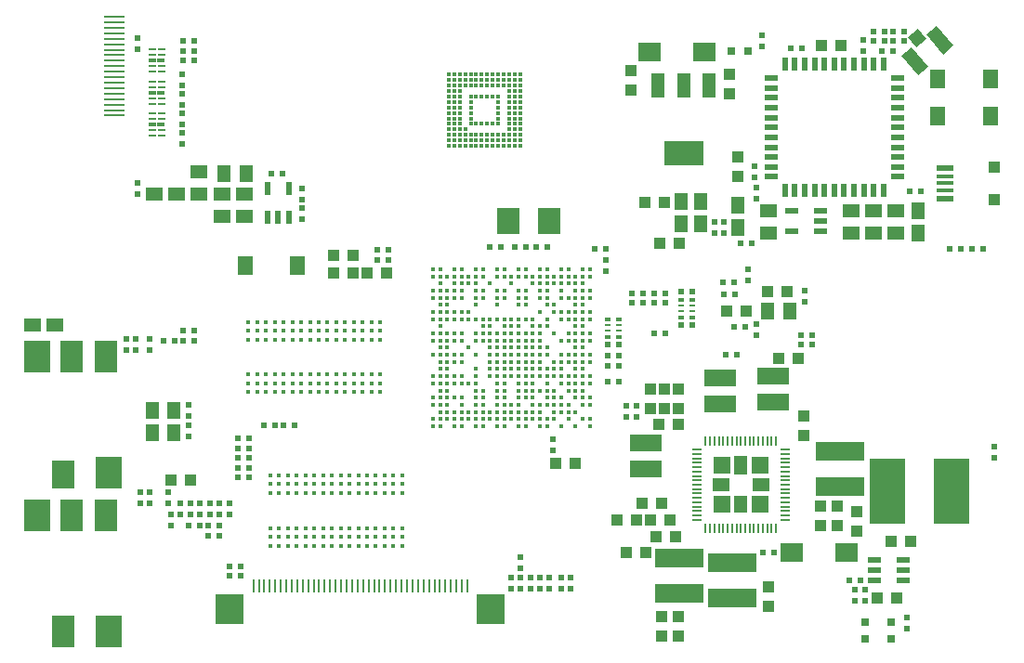
<source format=gbr>
%TF.GenerationSoftware,KiCad,Pcbnew,5.1.5-52549c5~84~ubuntu18.04.1*%
%TF.CreationDate,2020-02-11T15:54:30+02:00*%
%TF.ProjectId,A64-OlinuXino_Rev_G,4136342d-4f6c-4696-9e75-58696e6f5f52,G*%
%TF.SameCoordinates,Original*%
%TF.FileFunction,Paste,Top*%
%TF.FilePolarity,Positive*%
%FSLAX46Y46*%
G04 Gerber Fmt 4.6, Leading zero omitted, Abs format (unit mm)*
G04 Created by KiCad (PCBNEW 5.1.5-52549c5~84~ubuntu18.04.1) date 2020-02-11 15:54:30*
%MOMM*%
%LPD*%
G04 APERTURE LIST*
%ADD10R,1.300000X0.500000*%
%ADD11R,0.500000X1.300000*%
%ADD12R,0.500000X0.550000*%
%ADD13R,0.420000X0.420000*%
%ADD14R,1.980000X0.230000*%
%ADD15R,1.327000X1.754000*%
%ADD16R,0.300000X0.300000*%
%ADD17R,2.398400X2.898400*%
%ADD18R,1.998400X2.898400*%
%ADD19R,1.998400X2.598400*%
%ADD20R,0.330000X0.330000*%
%ADD21R,0.550000X0.500000*%
%ADD22R,3.600000X2.200000*%
%ADD23R,1.219200X2.235200*%
%ADD24R,0.605000X0.305000*%
%ADD25R,0.605000X0.230000*%
%ADD26R,1.200000X0.550000*%
%ADD27R,3.200000X6.000000*%
%ADD28R,0.800000X0.800000*%
%ADD29R,1.000000X1.100000*%
%ADD30R,1.650000X0.500000*%
%ADD31R,1.650000X0.325000*%
%ADD32R,2.600000X2.800000*%
%ADD33R,0.230000X1.280000*%
%ADD34R,0.211000X0.911000*%
%ADD35R,0.911000X0.211000*%
%ADD36R,1.500000X1.600000*%
%ADD37R,1.200000X1.600000*%
%ADD38R,1.600000X1.200000*%
%ADD39R,1.200000X1.700000*%
%ADD40R,3.000000X1.600000*%
%ADD41R,4.500000X1.750000*%
%ADD42R,1.016000X1.016000*%
%ADD43R,1.524000X1.270000*%
%ADD44R,1.270000X1.524000*%
%ADD45R,2.000000X1.700000*%
%ADD46R,0.550000X1.200000*%
%ADD47R,0.675000X0.200000*%
%ADD48R,0.775000X0.300000*%
%ADD49R,2.100000X2.400000*%
%ADD50C,0.100000*%
G04 APERTURE END LIST*
D10*
%TO.C,U11*%
X180146000Y-47570000D03*
X180146000Y-48470000D03*
X180146000Y-49370000D03*
X180146000Y-50270000D03*
X180146000Y-51170000D03*
X180146000Y-52070000D03*
X180146000Y-52970000D03*
X180146000Y-53870000D03*
X180146000Y-54770000D03*
X180146000Y-55670000D03*
X180146000Y-56570000D03*
D11*
X178871000Y-57845000D03*
X177971000Y-57845000D03*
X177071000Y-57845000D03*
X176171000Y-57845000D03*
X175271000Y-57845000D03*
X174371000Y-57845000D03*
X173471000Y-57845000D03*
X172571000Y-57845000D03*
X171671000Y-57845000D03*
X170771000Y-57845000D03*
X169871000Y-57845000D03*
D10*
X168596000Y-56570000D03*
X168596000Y-55670000D03*
X168596000Y-54770000D03*
X168596000Y-53870000D03*
X168596000Y-52970000D03*
X168596000Y-52070000D03*
X168596000Y-51170000D03*
X168596000Y-50270000D03*
X168596000Y-49370000D03*
X168596000Y-48470000D03*
X168596000Y-47570000D03*
D11*
X169871000Y-46295000D03*
X170771000Y-46295000D03*
X171671000Y-46295000D03*
X172571000Y-46295000D03*
X173471000Y-46295000D03*
X174371000Y-46295000D03*
X175271000Y-46295000D03*
X176171000Y-46295000D03*
X177071000Y-46295000D03*
X177971000Y-46295000D03*
X178871000Y-46295000D03*
%TD*%
D12*
%TO.C,C106*%
X179705000Y-45085000D03*
X178689000Y-45085000D03*
%TD*%
%TO.C,L10*%
X178943000Y-44196000D03*
X177927000Y-44196000D03*
%TD*%
D13*
%TO.C,U2*%
X127800000Y-83800000D03*
X127800000Y-85400000D03*
X127000000Y-85400000D03*
X126200000Y-83800000D03*
X126200000Y-84600000D03*
X128600000Y-83800000D03*
X128600000Y-85400000D03*
X128600000Y-84600000D03*
X127800000Y-84600000D03*
X127000000Y-84600000D03*
X126200000Y-85400000D03*
X127000000Y-83800000D03*
X131000000Y-83800000D03*
X131000000Y-85400000D03*
X130200000Y-85400000D03*
X129400000Y-83800000D03*
X129400000Y-84600000D03*
X131800000Y-83800000D03*
X131800000Y-85400000D03*
X131800000Y-84600000D03*
X131000000Y-84600000D03*
X130200000Y-84600000D03*
X129400000Y-85400000D03*
X130200000Y-83800000D03*
X134200000Y-83800000D03*
X134200000Y-85400000D03*
X133400000Y-85400000D03*
X132600000Y-83800000D03*
X132600000Y-84600000D03*
X135000000Y-83800000D03*
X135000000Y-85400000D03*
X135000000Y-84600000D03*
X134200000Y-84600000D03*
X133400000Y-84600000D03*
X132600000Y-85400000D03*
X133400000Y-83800000D03*
X124600000Y-88600000D03*
X124600000Y-90200000D03*
X123800000Y-90200000D03*
X123000000Y-88600000D03*
X123000000Y-89400000D03*
X124600000Y-89400000D03*
X123800000Y-89400000D03*
X123000000Y-90200000D03*
X123800000Y-88600000D03*
X127000000Y-88600000D03*
X127000000Y-90200000D03*
X126200000Y-90200000D03*
X125400000Y-88600000D03*
X125400000Y-89400000D03*
X127800000Y-88600000D03*
X127800000Y-90200000D03*
X127800000Y-89400000D03*
X127000000Y-89400000D03*
X126200000Y-89400000D03*
X125400000Y-90200000D03*
X126200000Y-88600000D03*
X130200000Y-88600000D03*
X130200000Y-90200000D03*
X129400000Y-90200000D03*
X128600000Y-88600000D03*
X128600000Y-89400000D03*
X131000000Y-88600000D03*
X131000000Y-90200000D03*
X131000000Y-89400000D03*
X130200000Y-89400000D03*
X129400000Y-89400000D03*
X128600000Y-90200000D03*
X129400000Y-88600000D03*
X133400000Y-88600000D03*
X133400000Y-90200000D03*
X132600000Y-90200000D03*
X131800000Y-88600000D03*
X131800000Y-89400000D03*
X134200000Y-88600000D03*
X134200000Y-90200000D03*
X134200000Y-89400000D03*
X133400000Y-89400000D03*
X132600000Y-89400000D03*
X131800000Y-90200000D03*
X132600000Y-88600000D03*
X125400000Y-83800000D03*
X125400000Y-85400000D03*
X125400000Y-84600000D03*
X124600000Y-85400000D03*
X124600000Y-84600000D03*
X124600000Y-83800000D03*
X123800000Y-83800000D03*
X123800000Y-84600000D03*
X123800000Y-85400000D03*
X123000000Y-83800000D03*
X123000000Y-84600000D03*
X135000000Y-88600000D03*
X135000000Y-89400000D03*
X135000000Y-90200000D03*
X123000000Y-85400000D03*
%TD*%
%TO.C,U3*%
X125800000Y-69800000D03*
X125800000Y-71400000D03*
X125000000Y-71400000D03*
X124200000Y-69800000D03*
X124200000Y-70600000D03*
X126600000Y-69800000D03*
X126600000Y-71400000D03*
X126600000Y-70600000D03*
X125800000Y-70600000D03*
X125000000Y-70600000D03*
X124200000Y-71400000D03*
X125000000Y-69800000D03*
X129000000Y-69800000D03*
X129000000Y-71400000D03*
X128200000Y-71400000D03*
X127400000Y-69800000D03*
X127400000Y-70600000D03*
X129800000Y-69800000D03*
X129800000Y-71400000D03*
X129800000Y-70600000D03*
X129000000Y-70600000D03*
X128200000Y-70600000D03*
X127400000Y-71400000D03*
X128200000Y-69800000D03*
X132200000Y-69800000D03*
X132200000Y-71400000D03*
X131400000Y-71400000D03*
X130600000Y-69800000D03*
X130600000Y-70600000D03*
X133000000Y-69800000D03*
X133000000Y-71400000D03*
X133000000Y-70600000D03*
X132200000Y-70600000D03*
X131400000Y-70600000D03*
X130600000Y-71400000D03*
X131400000Y-69800000D03*
X122600000Y-74600000D03*
X122600000Y-76200000D03*
X121800000Y-76200000D03*
X121000000Y-74600000D03*
X121000000Y-75400000D03*
X122600000Y-75400000D03*
X121800000Y-75400000D03*
X121000000Y-76200000D03*
X121800000Y-74600000D03*
X125000000Y-74600000D03*
X125000000Y-76200000D03*
X124200000Y-76200000D03*
X123400000Y-74600000D03*
X123400000Y-75400000D03*
X125800000Y-74600000D03*
X125800000Y-76200000D03*
X125800000Y-75400000D03*
X125000000Y-75400000D03*
X124200000Y-75400000D03*
X123400000Y-76200000D03*
X124200000Y-74600000D03*
X128200000Y-74600000D03*
X128200000Y-76200000D03*
X127400000Y-76200000D03*
X126600000Y-74600000D03*
X126600000Y-75400000D03*
X129000000Y-74600000D03*
X129000000Y-76200000D03*
X129000000Y-75400000D03*
X128200000Y-75400000D03*
X127400000Y-75400000D03*
X126600000Y-76200000D03*
X127400000Y-74600000D03*
X131400000Y-74600000D03*
X131400000Y-76200000D03*
X130600000Y-76200000D03*
X129800000Y-74600000D03*
X129800000Y-75400000D03*
X132200000Y-74600000D03*
X132200000Y-76200000D03*
X132200000Y-75400000D03*
X131400000Y-75400000D03*
X130600000Y-75400000D03*
X129800000Y-76200000D03*
X130600000Y-74600000D03*
X123400000Y-69800000D03*
X123400000Y-71400000D03*
X123400000Y-70600000D03*
X122600000Y-71400000D03*
X122600000Y-70600000D03*
X122600000Y-69800000D03*
X121800000Y-69800000D03*
X121800000Y-70600000D03*
X121800000Y-71400000D03*
X121000000Y-69800000D03*
X121000000Y-70600000D03*
X133000000Y-74600000D03*
X133000000Y-75400000D03*
X133000000Y-76200000D03*
X121000000Y-71400000D03*
%TD*%
D14*
%TO.C,HDMI1*%
X108747000Y-41982000D03*
X108747000Y-42482000D03*
X108747000Y-42982000D03*
X108747000Y-43482000D03*
X108747000Y-43982000D03*
X108747000Y-44482000D03*
X108747000Y-44982000D03*
X108747000Y-45482000D03*
X108747000Y-45982000D03*
X108747000Y-46482000D03*
X108747000Y-46982000D03*
X108747000Y-47482000D03*
X108747000Y-47982000D03*
X108747000Y-48482000D03*
X108747000Y-48982000D03*
X108747000Y-49482000D03*
X108747000Y-49982000D03*
X108747000Y-50482000D03*
X108747000Y-50982000D03*
%TD*%
D15*
%TO.C,UBOOT1*%
X125453000Y-64643000D03*
X120673000Y-64643000D03*
%TD*%
%TO.C,RESET1*%
X188572000Y-47625000D03*
X183792000Y-47625000D03*
%TD*%
%TO.C,PWRON1*%
X188572000Y-51054000D03*
X183792000Y-51054000D03*
%TD*%
D16*
%TO.C,U5*%
X139250000Y-49250000D03*
X139750000Y-49250000D03*
X140250000Y-49250000D03*
X141250000Y-49250000D03*
X141750000Y-49250000D03*
X142250000Y-49250000D03*
X142750000Y-49250000D03*
X143250000Y-49250000D03*
X143750000Y-49250000D03*
X144750000Y-49250000D03*
X145250000Y-49250000D03*
X145750000Y-49250000D03*
X145750000Y-49750000D03*
X145250000Y-49750000D03*
X144750000Y-49750000D03*
X143750000Y-49750000D03*
X141250000Y-49750000D03*
X140250000Y-49750000D03*
X139750000Y-49750000D03*
X139250000Y-49750000D03*
X139250000Y-50750000D03*
X139750000Y-50750000D03*
X140250000Y-50750000D03*
X141250000Y-50750000D03*
X143750000Y-50750000D03*
X144750000Y-50750000D03*
X145250000Y-50750000D03*
X145750000Y-50750000D03*
X145750000Y-50250000D03*
X145250000Y-50250000D03*
X144750000Y-50250000D03*
X143750000Y-50250000D03*
X141250000Y-50250000D03*
X140250000Y-50250000D03*
X139750000Y-50250000D03*
X139250000Y-50250000D03*
X139250000Y-48250000D03*
X139750000Y-48250000D03*
X140250000Y-48250000D03*
X140750000Y-48250000D03*
X141250000Y-48250000D03*
X141750000Y-48250000D03*
X142250000Y-48250000D03*
X142750000Y-48250000D03*
X143250000Y-48250000D03*
X143750000Y-48250000D03*
X144250000Y-48250000D03*
X144750000Y-48250000D03*
X145250000Y-48250000D03*
X145750000Y-48250000D03*
X145750000Y-48750000D03*
X145250000Y-48750000D03*
X144750000Y-48750000D03*
X140250000Y-48750000D03*
X139750000Y-48750000D03*
X139250000Y-48750000D03*
X139250000Y-47750000D03*
X139750000Y-47750000D03*
X140250000Y-47750000D03*
X140750000Y-47750000D03*
X141250000Y-47750000D03*
X141750000Y-47750000D03*
X142250000Y-47750000D03*
X142750000Y-47750000D03*
X143250000Y-47750000D03*
X143750000Y-47750000D03*
X144250000Y-47750000D03*
X144750000Y-47750000D03*
X145250000Y-47750000D03*
X145750000Y-47750000D03*
X145750000Y-47250000D03*
X145250000Y-47250000D03*
X144750000Y-47250000D03*
X144250000Y-47250000D03*
X143750000Y-47250000D03*
X143250000Y-47250000D03*
X142750000Y-47250000D03*
X142250000Y-47250000D03*
X141750000Y-47250000D03*
X141250000Y-47250000D03*
X140750000Y-47250000D03*
X140250000Y-47250000D03*
X139750000Y-47250000D03*
X139250000Y-47250000D03*
X139250000Y-52250000D03*
X139750000Y-52250000D03*
X140250000Y-52250000D03*
X140750000Y-52250000D03*
X144750000Y-52250000D03*
X145250000Y-52250000D03*
X145750000Y-52250000D03*
X145750000Y-52750000D03*
X145250000Y-52750000D03*
X144750000Y-52750000D03*
X144250000Y-52750000D03*
X143750000Y-52750000D03*
X143250000Y-52750000D03*
X142750000Y-52750000D03*
X142250000Y-52750000D03*
X141750000Y-52750000D03*
X141250000Y-52750000D03*
X140750000Y-52750000D03*
X140250000Y-52750000D03*
X139750000Y-52750000D03*
X139250000Y-52750000D03*
X139250000Y-51750000D03*
X139750000Y-51750000D03*
X140250000Y-51750000D03*
X141250000Y-51750000D03*
X141750000Y-51750000D03*
X142250000Y-51750000D03*
X142750000Y-51750000D03*
X143250000Y-51750000D03*
X143750000Y-51750000D03*
X144750000Y-51750000D03*
X145250000Y-51750000D03*
X145750000Y-51750000D03*
X145750000Y-51250000D03*
X145250000Y-51250000D03*
X144750000Y-51250000D03*
X143750000Y-51250000D03*
X141250000Y-51250000D03*
X140250000Y-51250000D03*
X139750000Y-51250000D03*
X139250000Y-51250000D03*
X139250000Y-53750000D03*
X139750000Y-53750000D03*
X140250000Y-53750000D03*
X140750000Y-53750000D03*
X141250000Y-53750000D03*
X141750000Y-53750000D03*
X142250000Y-53750000D03*
X142750000Y-53750000D03*
X143250000Y-53750000D03*
X143750000Y-53750000D03*
X144250000Y-53750000D03*
X144750000Y-53750000D03*
X145250000Y-53750000D03*
X145750000Y-53750000D03*
X145750000Y-53250000D03*
X145250000Y-53250000D03*
X144750000Y-53250000D03*
X144250000Y-53250000D03*
X143750000Y-53250000D03*
X143250000Y-53250000D03*
X142750000Y-53250000D03*
X142250000Y-53250000D03*
X141750000Y-53250000D03*
X141250000Y-53250000D03*
X140750000Y-53250000D03*
X140250000Y-53250000D03*
X139750000Y-53250000D03*
X139250000Y-53250000D03*
%TD*%
D17*
%TO.C,HEADPHONES/LINEOUT1*%
X101781000Y-72932000D03*
X108281000Y-83532000D03*
D18*
X107981000Y-72932000D03*
D19*
X104081000Y-83682000D03*
D18*
X104881000Y-72932000D03*
%TD*%
D20*
%TO.C,U1*%
X145600000Y-65000000D03*
X146250000Y-65000000D03*
X148200000Y-65000000D03*
X147550000Y-65000000D03*
X151450000Y-65000000D03*
X152100000Y-65000000D03*
X150150000Y-65000000D03*
X149500000Y-65000000D03*
X141700000Y-65000000D03*
X142350000Y-65000000D03*
X144300000Y-65000000D03*
X143650000Y-65000000D03*
X139750000Y-65000000D03*
X140400000Y-65000000D03*
X138450000Y-65000000D03*
X137800000Y-65000000D03*
X137800000Y-65650000D03*
X138450000Y-65650000D03*
X139100000Y-65650000D03*
X141050000Y-65650000D03*
X140400000Y-65650000D03*
X139750000Y-65650000D03*
X143650000Y-65650000D03*
X144300000Y-65650000D03*
X144950000Y-65650000D03*
X142350000Y-65650000D03*
X141700000Y-65650000D03*
X149500000Y-65650000D03*
X150150000Y-65650000D03*
X150800000Y-65650000D03*
X152100000Y-65650000D03*
X151450000Y-65650000D03*
X147550000Y-65650000D03*
X148200000Y-65650000D03*
X148850000Y-65650000D03*
X146900000Y-65650000D03*
X146250000Y-65650000D03*
X145600000Y-65650000D03*
X145600000Y-66950000D03*
X146250000Y-66950000D03*
X148200000Y-66950000D03*
X147550000Y-66950000D03*
X151450000Y-66950000D03*
X152100000Y-66950000D03*
X150800000Y-66950000D03*
X149500000Y-66950000D03*
X141700000Y-66950000D03*
X142350000Y-66950000D03*
X144300000Y-66950000D03*
X143650000Y-66950000D03*
X139750000Y-66950000D03*
X140400000Y-66950000D03*
X139100000Y-66950000D03*
X138450000Y-66950000D03*
X137800000Y-66950000D03*
X138450000Y-66300000D03*
X141050000Y-66300000D03*
X140400000Y-66300000D03*
X139750000Y-66300000D03*
X144950000Y-66300000D03*
X143000000Y-66300000D03*
X141700000Y-66300000D03*
X149500000Y-66300000D03*
X150150000Y-66300000D03*
X150800000Y-66300000D03*
X151450000Y-66300000D03*
X147550000Y-66300000D03*
X148200000Y-66300000D03*
X148850000Y-66300000D03*
X146900000Y-66300000D03*
X148850000Y-68900000D03*
X147550000Y-68900000D03*
X151450000Y-68900000D03*
X152100000Y-68900000D03*
X150800000Y-68900000D03*
X150150000Y-68900000D03*
X149500000Y-68900000D03*
X139750000Y-68900000D03*
X140400000Y-68900000D03*
X141050000Y-68900000D03*
X139100000Y-68900000D03*
X138450000Y-68900000D03*
X137800000Y-68900000D03*
X145600000Y-68250000D03*
X146250000Y-68250000D03*
X148850000Y-68250000D03*
X148200000Y-68250000D03*
X151450000Y-68250000D03*
X150800000Y-68250000D03*
X141700000Y-68250000D03*
X143650000Y-68250000D03*
X139100000Y-68250000D03*
X138450000Y-68250000D03*
X137800000Y-67600000D03*
X138450000Y-67600000D03*
X139100000Y-67600000D03*
X140400000Y-67600000D03*
X139750000Y-67600000D03*
X143650000Y-67600000D03*
X144300000Y-67600000D03*
X142350000Y-67600000D03*
X141700000Y-67600000D03*
X149500000Y-67600000D03*
X150150000Y-67600000D03*
X150800000Y-67600000D03*
X152100000Y-67600000D03*
X151450000Y-67600000D03*
X147550000Y-67600000D03*
X148200000Y-67600000D03*
X146250000Y-67600000D03*
X145600000Y-67600000D03*
X145600000Y-74750000D03*
X146250000Y-74750000D03*
X146900000Y-74750000D03*
X148850000Y-74750000D03*
X148200000Y-74750000D03*
X147550000Y-74750000D03*
X151450000Y-74750000D03*
X152100000Y-74750000D03*
X150800000Y-74750000D03*
X150150000Y-74750000D03*
X149500000Y-74750000D03*
X141700000Y-74750000D03*
X143000000Y-74750000D03*
X144950000Y-74750000D03*
X144300000Y-74750000D03*
X143650000Y-74750000D03*
X139750000Y-74750000D03*
X140400000Y-74750000D03*
X139100000Y-74750000D03*
X138450000Y-74750000D03*
X137800000Y-74750000D03*
X137800000Y-75400000D03*
X138450000Y-75400000D03*
X139100000Y-75400000D03*
X141050000Y-75400000D03*
X140400000Y-75400000D03*
X139750000Y-75400000D03*
X143650000Y-75400000D03*
X144300000Y-75400000D03*
X141700000Y-75400000D03*
X149500000Y-75400000D03*
X150150000Y-75400000D03*
X150800000Y-75400000D03*
X152100000Y-75400000D03*
X151450000Y-75400000D03*
X148200000Y-75400000D03*
X146900000Y-75400000D03*
X146250000Y-75400000D03*
X145600000Y-75400000D03*
X145600000Y-76700000D03*
X146250000Y-76700000D03*
X146900000Y-76700000D03*
X148850000Y-76700000D03*
X148200000Y-76700000D03*
X151450000Y-76700000D03*
X152100000Y-76700000D03*
X150800000Y-76700000D03*
X149500000Y-76700000D03*
X141700000Y-76700000D03*
X142350000Y-76700000D03*
X144300000Y-76700000D03*
X143650000Y-76700000D03*
X139750000Y-76700000D03*
X140400000Y-76700000D03*
X139100000Y-76700000D03*
X138450000Y-76700000D03*
X137800000Y-76700000D03*
X138450000Y-76050000D03*
X139100000Y-76050000D03*
X143650000Y-76050000D03*
X144300000Y-76050000D03*
X142350000Y-76050000D03*
X141700000Y-76050000D03*
X150150000Y-76050000D03*
X150800000Y-76050000D03*
X151450000Y-76050000D03*
X147550000Y-76050000D03*
X148200000Y-76050000D03*
X148850000Y-76050000D03*
X146900000Y-76050000D03*
X146250000Y-76050000D03*
X145600000Y-76050000D03*
X145600000Y-78650000D03*
X146250000Y-78650000D03*
X146900000Y-78650000D03*
X148850000Y-78650000D03*
X148200000Y-78650000D03*
X147550000Y-78650000D03*
X151450000Y-78650000D03*
X152100000Y-78650000D03*
X150150000Y-78650000D03*
X141700000Y-78650000D03*
X142350000Y-78650000D03*
X143000000Y-78650000D03*
X144950000Y-78650000D03*
X144300000Y-78650000D03*
X143650000Y-78650000D03*
X139750000Y-78650000D03*
X140400000Y-78650000D03*
X141050000Y-78650000D03*
X139100000Y-78650000D03*
X138450000Y-78650000D03*
X137800000Y-78650000D03*
X137800000Y-79300000D03*
X138450000Y-79300000D03*
X140400000Y-79300000D03*
X139750000Y-79300000D03*
X143650000Y-79300000D03*
X144300000Y-79300000D03*
X142350000Y-79300000D03*
X141700000Y-79300000D03*
X149500000Y-79300000D03*
X150800000Y-79300000D03*
X152100000Y-79300000D03*
X147550000Y-79300000D03*
X148200000Y-79300000D03*
X146250000Y-79300000D03*
X145600000Y-79300000D03*
X145600000Y-78000000D03*
X146250000Y-78000000D03*
X146900000Y-78000000D03*
X148850000Y-78000000D03*
X147550000Y-78000000D03*
X150800000Y-78000000D03*
X150150000Y-78000000D03*
X149500000Y-78000000D03*
X141700000Y-78000000D03*
X142350000Y-78000000D03*
X143000000Y-78000000D03*
X144950000Y-78000000D03*
X144300000Y-78000000D03*
X143650000Y-78000000D03*
X139750000Y-78000000D03*
X140400000Y-78000000D03*
X141050000Y-78000000D03*
X139100000Y-78000000D03*
X138450000Y-78000000D03*
X137800000Y-77350000D03*
X138450000Y-77350000D03*
X139100000Y-77350000D03*
X140400000Y-77350000D03*
X143650000Y-77350000D03*
X144300000Y-77350000D03*
X144950000Y-77350000D03*
X142350000Y-77350000D03*
X141700000Y-77350000D03*
X149500000Y-77350000D03*
X150150000Y-77350000D03*
X152100000Y-77350000D03*
X151450000Y-77350000D03*
X147550000Y-77350000D03*
X148200000Y-77350000D03*
X148850000Y-77350000D03*
X146900000Y-77350000D03*
X145600000Y-77350000D03*
X145600000Y-72150000D03*
X146250000Y-72150000D03*
X146900000Y-72150000D03*
X148200000Y-72150000D03*
X147550000Y-72150000D03*
X151450000Y-72150000D03*
X150800000Y-72150000D03*
X143000000Y-72150000D03*
X144950000Y-72150000D03*
X144300000Y-72150000D03*
X143650000Y-72150000D03*
X141050000Y-72150000D03*
X139100000Y-72150000D03*
X138450000Y-72150000D03*
X137800000Y-72800000D03*
X138450000Y-72800000D03*
X139100000Y-72800000D03*
X140400000Y-72800000D03*
X139750000Y-72800000D03*
X143650000Y-72800000D03*
X144300000Y-72800000D03*
X144950000Y-72800000D03*
X143000000Y-72800000D03*
X141700000Y-72800000D03*
X149500000Y-72800000D03*
X150150000Y-72800000D03*
X150800000Y-72800000D03*
X152100000Y-72800000D03*
X151450000Y-72800000D03*
X147550000Y-72800000D03*
X148200000Y-72800000D03*
X146900000Y-72800000D03*
X146250000Y-72800000D03*
X145600000Y-72800000D03*
X145600000Y-74100000D03*
X146250000Y-74100000D03*
X146900000Y-74100000D03*
X148850000Y-74100000D03*
X148200000Y-74100000D03*
X147550000Y-74100000D03*
X151450000Y-74100000D03*
X150800000Y-74100000D03*
X149500000Y-74100000D03*
X141700000Y-74100000D03*
X143000000Y-74100000D03*
X144950000Y-74100000D03*
X144300000Y-74100000D03*
X143650000Y-74100000D03*
X139100000Y-74100000D03*
X138450000Y-74100000D03*
X138450000Y-73450000D03*
X139100000Y-73450000D03*
X140400000Y-73450000D03*
X139750000Y-73450000D03*
X143650000Y-73450000D03*
X144300000Y-73450000D03*
X144950000Y-73450000D03*
X143000000Y-73450000D03*
X149500000Y-73450000D03*
X150150000Y-73450000D03*
X150800000Y-73450000D03*
X152100000Y-73450000D03*
X151450000Y-73450000D03*
X147550000Y-73450000D03*
X148850000Y-73450000D03*
X146900000Y-73450000D03*
X146250000Y-73450000D03*
X145600000Y-73450000D03*
X145600000Y-70850000D03*
X146250000Y-70850000D03*
X146900000Y-70850000D03*
X148850000Y-70850000D03*
X147550000Y-70850000D03*
X151450000Y-70850000D03*
X152100000Y-70850000D03*
X150800000Y-70850000D03*
X150150000Y-70850000D03*
X141700000Y-70850000D03*
X142350000Y-70850000D03*
X143000000Y-70850000D03*
X144950000Y-70850000D03*
X144300000Y-70850000D03*
X143650000Y-70850000D03*
X139750000Y-70850000D03*
X140400000Y-70850000D03*
X139100000Y-70850000D03*
X138450000Y-70850000D03*
X137800000Y-70850000D03*
X137800000Y-71500000D03*
X138450000Y-71500000D03*
X139100000Y-71500000D03*
X140400000Y-71500000D03*
X139750000Y-71500000D03*
X143650000Y-71500000D03*
X144300000Y-71500000D03*
X144950000Y-71500000D03*
X143000000Y-71500000D03*
X142350000Y-71500000D03*
X141700000Y-71500000D03*
X149500000Y-71500000D03*
X150150000Y-71500000D03*
X150800000Y-71500000D03*
X152100000Y-71500000D03*
X151450000Y-71500000D03*
X147550000Y-71500000D03*
X146900000Y-71500000D03*
X146250000Y-71500000D03*
X145600000Y-71500000D03*
X145600000Y-70200000D03*
X146900000Y-70200000D03*
X148200000Y-70200000D03*
X147550000Y-70200000D03*
X151450000Y-70200000D03*
X150800000Y-70200000D03*
X142350000Y-70200000D03*
X143000000Y-70200000D03*
X144950000Y-70200000D03*
X144300000Y-70200000D03*
X138450000Y-70200000D03*
X137800000Y-69550000D03*
X138450000Y-69550000D03*
X139100000Y-69550000D03*
X141050000Y-69550000D03*
X140400000Y-69550000D03*
X139750000Y-69550000D03*
X143650000Y-69550000D03*
X144300000Y-69550000D03*
X144950000Y-69550000D03*
X143000000Y-69550000D03*
X142350000Y-69550000D03*
X141700000Y-69550000D03*
X149500000Y-69550000D03*
X150150000Y-69550000D03*
X150800000Y-69550000D03*
X152100000Y-69550000D03*
X151450000Y-69550000D03*
X148200000Y-69550000D03*
X146900000Y-69550000D03*
X146250000Y-69550000D03*
X145600000Y-69550000D03*
%TD*%
D21*
%TO.C,R73*%
X145796000Y-92265500D03*
X145796000Y-91249500D03*
%TD*%
%TO.C,R124*%
X145796000Y-93091000D03*
X145796000Y-94107000D03*
%TD*%
%TO.C,R123*%
X147574000Y-93091000D03*
X147574000Y-94107000D03*
%TD*%
%TO.C,R122*%
X146685000Y-94107000D03*
X146685000Y-93091000D03*
%TD*%
D22*
%TO.C,VR1*%
X160655000Y-54407000D03*
D23*
X158343600Y-48209200D03*
X160655000Y-48209200D03*
X162966400Y-48209200D03*
%TD*%
D24*
%TO.C,RM1*%
X153729000Y-69568000D03*
X154754000Y-69568000D03*
D25*
X153729000Y-70108000D03*
X154754000Y-70108000D03*
X153729000Y-70608000D03*
X154754000Y-70608000D03*
D24*
X153729000Y-71148000D03*
X154754000Y-71148000D03*
%TD*%
%TO.C,RM8*%
X161421500Y-69370000D03*
X160396500Y-69370000D03*
D25*
X161421500Y-68830000D03*
X160396500Y-68830000D03*
X161421500Y-68330000D03*
X160396500Y-68330000D03*
D24*
X161421500Y-67790000D03*
X160396500Y-67790000D03*
%TD*%
D26*
%TO.C,U13*%
X178023900Y-91506000D03*
X178023900Y-92456000D03*
X178023900Y-93406000D03*
X180624100Y-93406000D03*
X180624100Y-92456000D03*
X180624100Y-91506000D03*
%TD*%
D27*
%TO.C,L16*%
X179218000Y-85217000D03*
X185018000Y-85217000D03*
%TD*%
D12*
%TO.C,R117*%
X157988000Y-70866000D03*
X159004000Y-70866000D03*
%TD*%
D28*
%TO.C,CHGLED1*%
X177165000Y-98679000D03*
X177165000Y-97155000D03*
%TD*%
%TO.C,PWRLED1*%
X179578000Y-98679000D03*
X179578000Y-97155000D03*
%TD*%
D29*
%TO.C,USB-OTG1*%
X188992000Y-55650000D03*
X188992000Y-58650000D03*
D30*
X184442000Y-55762500D03*
D31*
X184442000Y-56500000D03*
X184442000Y-57150000D03*
X184442000Y-57800000D03*
D30*
X184442000Y-58537500D03*
%TD*%
D17*
%TO.C,MIC/LINEIN1*%
X101781000Y-87410000D03*
X108281000Y-98010000D03*
D18*
X107981000Y-87410000D03*
X104081000Y-98010000D03*
X104881000Y-87410000D03*
%TD*%
D32*
%TO.C,LCD_CON1*%
X119291000Y-95970000D03*
X143091000Y-95970000D03*
D33*
X121441000Y-93870000D03*
X121941000Y-93870000D03*
X122441000Y-93870000D03*
X122941000Y-93870000D03*
X123441000Y-93870000D03*
X123941000Y-93870000D03*
X124441000Y-93870000D03*
X124941000Y-93870000D03*
X125441000Y-93870000D03*
X125941000Y-93870000D03*
X126441000Y-93870000D03*
X126941000Y-93870000D03*
X127441000Y-93870000D03*
X127941000Y-93870000D03*
X128441000Y-93870000D03*
X128941000Y-93870000D03*
X129441000Y-93870000D03*
X129941000Y-93870000D03*
X130441000Y-93870000D03*
X130941000Y-93870000D03*
X131441000Y-93870000D03*
X131941000Y-93870000D03*
X132441000Y-93870000D03*
X132941000Y-93870000D03*
X133441000Y-93870000D03*
X133941000Y-93870000D03*
X134441000Y-93870000D03*
X134941000Y-93870000D03*
X135441000Y-93870000D03*
X135941000Y-93870000D03*
X136441000Y-93870000D03*
X136941000Y-93870000D03*
X137441000Y-93870000D03*
X137941000Y-93870000D03*
X138441000Y-93870000D03*
X138941000Y-93870000D03*
X139441000Y-93870000D03*
X139941000Y-93870000D03*
X140441000Y-93870000D03*
X140941000Y-93870000D03*
%TD*%
D34*
%TO.C,U14*%
X169062000Y-80645500D03*
X168662000Y-80645500D03*
X168262000Y-80645500D03*
X167862000Y-80645500D03*
X167462000Y-80645500D03*
X167062000Y-80645500D03*
X166662000Y-80645500D03*
X166262000Y-80645500D03*
X165862000Y-80645500D03*
X165462000Y-80645500D03*
X165062000Y-80645500D03*
X164662000Y-80645500D03*
X164262000Y-80645500D03*
X163862000Y-80645500D03*
X163462000Y-80645500D03*
X163062000Y-80645500D03*
X162662000Y-80645500D03*
D35*
X161862000Y-81445500D03*
X161862000Y-81845500D03*
X161862000Y-82245500D03*
X161862000Y-82645500D03*
X161862000Y-83045500D03*
X161862000Y-83445500D03*
X161862000Y-83845500D03*
X161862000Y-84245500D03*
X161862000Y-84645500D03*
X161862000Y-85045500D03*
X161862000Y-85445500D03*
X161862000Y-85845500D03*
X161862000Y-86245500D03*
X161862000Y-86645500D03*
X161862000Y-87045500D03*
X161862000Y-87445500D03*
X161862000Y-87845500D03*
D34*
X162662000Y-88645500D03*
X163062000Y-88645500D03*
X163462000Y-88645500D03*
X163862000Y-88645500D03*
X164262000Y-88645500D03*
X164662000Y-88645500D03*
X165062000Y-88645500D03*
X165462000Y-88645500D03*
X165862000Y-88645500D03*
X166262000Y-88645500D03*
X166662000Y-88645500D03*
X167062000Y-88645500D03*
X167462000Y-88645500D03*
X167862000Y-88645500D03*
X168262000Y-88645500D03*
X168662000Y-88645500D03*
X169062000Y-88645500D03*
D35*
X169862000Y-87845500D03*
X169862000Y-87445500D03*
X169862000Y-87045500D03*
X169862000Y-86645500D03*
X169862000Y-86245500D03*
X169862000Y-85845500D03*
X169862000Y-85445500D03*
X169862000Y-85045500D03*
X169862000Y-84645500D03*
X169862000Y-84245500D03*
X169862000Y-83845500D03*
X169862000Y-83445500D03*
X169862000Y-83045500D03*
X169862000Y-82645500D03*
X169862000Y-82245500D03*
X169862000Y-81845500D03*
X169862000Y-81445500D03*
D36*
X167612000Y-86445500D03*
D37*
X165862000Y-86445500D03*
D36*
X164112000Y-86445500D03*
D38*
X167662000Y-84645500D03*
X164062000Y-84645500D03*
D36*
X167612000Y-82845500D03*
D39*
X165862000Y-82895500D03*
D36*
X164112000Y-82845500D03*
%TD*%
D40*
%TO.C,L19*%
X168783000Y-74746000D03*
X168783000Y-77146000D03*
%TD*%
%TO.C,L20*%
X163957000Y-74873000D03*
X163957000Y-77273000D03*
%TD*%
%TO.C,L14*%
X157226000Y-80842000D03*
X157226000Y-83242000D03*
%TD*%
D41*
%TO.C,L17*%
X160274000Y-94564000D03*
X160274000Y-91364000D03*
%TD*%
%TO.C,L15*%
X165100000Y-94945000D03*
X165100000Y-91745000D03*
%TD*%
%TO.C,L18*%
X174879000Y-81585000D03*
X174879000Y-84785000D03*
%TD*%
D12*
%TO.C,C187*%
X143002000Y-62992000D03*
X144018000Y-62992000D03*
%TD*%
D42*
%TO.C,C91*%
X165608000Y-56515000D03*
X165608000Y-54737000D03*
%TD*%
D12*
%TO.C,C32*%
X119992000Y-81300000D03*
X121008000Y-81300000D03*
%TD*%
%TO.C,C33*%
X121008000Y-84000000D03*
X119992000Y-84000000D03*
%TD*%
D42*
%TO.C,C47*%
X128778000Y-63754000D03*
X130556000Y-63754000D03*
%TD*%
D21*
%TO.C,C48*%
X114808000Y-87376000D03*
X114808000Y-86360000D03*
%TD*%
D42*
%TO.C,C49*%
X130556000Y-65341500D03*
X128778000Y-65341500D03*
%TD*%
D21*
%TO.C,C52*%
X116586000Y-86360000D03*
X116586000Y-87376000D03*
%TD*%
D42*
%TO.C,C57*%
X113919000Y-84201000D03*
X115697000Y-84201000D03*
%TD*%
D21*
%TO.C,C58*%
X111125000Y-85344000D03*
X111125000Y-86360000D03*
%TD*%
%TO.C,C60*%
X117475000Y-86360000D03*
X117475000Y-87376000D03*
%TD*%
%TO.C,C62*%
X119253000Y-86360000D03*
X119253000Y-87376000D03*
%TD*%
D42*
%TO.C,C63*%
X131826000Y-65341500D03*
X133604000Y-65341500D03*
%TD*%
D21*
%TO.C,C65*%
X115570000Y-79248000D03*
X115570000Y-80264000D03*
%TD*%
D12*
%TO.C,C66*%
X114300000Y-71501000D03*
X113284000Y-71501000D03*
%TD*%
%TO.C,C67*%
X181229000Y-57912000D03*
X182245000Y-57912000D03*
%TD*%
D43*
%TO.C,C68*%
X175895000Y-61722000D03*
X175895000Y-59690000D03*
%TD*%
%TO.C,C69*%
X177927000Y-61722000D03*
X177927000Y-59690000D03*
%TD*%
%TO.C,C70*%
X179959000Y-61722000D03*
X179959000Y-59690000D03*
%TD*%
%TO.C,C71*%
X168402000Y-59690000D03*
X168402000Y-61722000D03*
%TD*%
D21*
%TO.C,C74*%
X110871000Y-57150000D03*
X110871000Y-58166000D03*
%TD*%
D43*
%TO.C,C75*%
X120650000Y-60198000D03*
X120650000Y-58166000D03*
%TD*%
%TO.C,C76*%
X118618000Y-60198000D03*
X118618000Y-58166000D03*
%TD*%
%TO.C,C77*%
X116459000Y-58166000D03*
X116459000Y-56134000D03*
%TD*%
D44*
%TO.C,C78*%
X118745000Y-56261000D03*
X120777000Y-56261000D03*
%TD*%
D42*
%TO.C,C89*%
X173228000Y-44577000D03*
X175006000Y-44577000D03*
%TD*%
D12*
%TO.C,C90*%
X171450000Y-44831000D03*
X170434000Y-44831000D03*
%TD*%
D21*
%TO.C,C92*%
X167132000Y-56642000D03*
X167132000Y-55626000D03*
%TD*%
%TO.C,C105*%
X177038000Y-45085000D03*
X177038000Y-44069000D03*
%TD*%
D12*
%TO.C,C107*%
X180721000Y-44196000D03*
X179705000Y-44196000D03*
%TD*%
D42*
%TO.C,C122*%
X158369000Y-79121000D03*
X160147000Y-79121000D03*
%TD*%
%TO.C,C124*%
X173101000Y-86614000D03*
X173101000Y-88392000D03*
%TD*%
%TO.C,C129*%
X160147000Y-96647000D03*
X160147000Y-98425000D03*
%TD*%
%TO.C,C131*%
X158623000Y-96647000D03*
X158623000Y-98425000D03*
%TD*%
%TO.C,C136*%
X155448000Y-90805000D03*
X157226000Y-90805000D03*
%TD*%
%TO.C,C138*%
X176403000Y-88900000D03*
X176403000Y-87122000D03*
%TD*%
%TO.C,C139*%
X154559000Y-87884000D03*
X156337000Y-87884000D03*
%TD*%
%TO.C,C140*%
X180086000Y-94996000D03*
X178308000Y-94996000D03*
%TD*%
%TO.C,C141*%
X181356000Y-89789000D03*
X179578000Y-89789000D03*
%TD*%
%TO.C,C143*%
X168402000Y-93980000D03*
X168402000Y-95758000D03*
%TD*%
%TO.C,C144*%
X174625000Y-86614000D03*
X174625000Y-88392000D03*
%TD*%
%TO.C,C146*%
X150749000Y-82677000D03*
X148971000Y-82677000D03*
%TD*%
%TO.C,C150*%
X169291000Y-73152000D03*
X171069000Y-73152000D03*
%TD*%
%TO.C,C154*%
X160147000Y-75946000D03*
X160147000Y-77724000D03*
%TD*%
%TO.C,C163*%
X158877000Y-75946000D03*
X158877000Y-77724000D03*
%TD*%
%TO.C,C166*%
X157607000Y-75946000D03*
X157607000Y-77724000D03*
%TD*%
%TO.C,C169*%
X157607000Y-87884000D03*
X159385000Y-87884000D03*
%TD*%
%TO.C,C172*%
X171577000Y-80137000D03*
X171577000Y-78359000D03*
%TD*%
%TO.C,C175*%
X156845000Y-86360000D03*
X158623000Y-86360000D03*
%TD*%
%TO.C,C182*%
X159893000Y-89408000D03*
X158115000Y-89408000D03*
%TD*%
D12*
%TO.C,C185*%
X148209000Y-62992000D03*
X147193000Y-62992000D03*
%TD*%
D21*
%TO.C,C186*%
X156337000Y-78486000D03*
X156337000Y-77470000D03*
%TD*%
D12*
%TO.C,C193*%
X133731000Y-64135000D03*
X132715000Y-64135000D03*
%TD*%
D21*
%TO.C,C195*%
X155448000Y-78486000D03*
X155448000Y-77470000D03*
%TD*%
D45*
%TO.C,D2*%
X170474000Y-90805000D03*
X175474000Y-90805000D03*
%TD*%
D44*
%TO.C,L3*%
X112268000Y-77851000D03*
X112268000Y-79883000D03*
%TD*%
D43*
%TO.C,L4*%
X103378000Y-70104000D03*
X101346000Y-70104000D03*
%TD*%
D44*
%TO.C,L5*%
X114173000Y-77851000D03*
X114173000Y-79883000D03*
%TD*%
%TO.C,L6*%
X181991000Y-61722000D03*
X181991000Y-59690000D03*
%TD*%
D43*
%TO.C,L8*%
X114427000Y-58166000D03*
X112395000Y-58166000D03*
%TD*%
D12*
%TO.C,R33*%
X153733500Y-75247500D03*
X154749500Y-75247500D03*
%TD*%
D21*
%TO.C,R39*%
X114935000Y-53594000D03*
X114935000Y-52578000D03*
%TD*%
%TO.C,R43*%
X114935000Y-50800000D03*
X114935000Y-51816000D03*
%TD*%
%TO.C,R44*%
X114935000Y-50038000D03*
X114935000Y-49022000D03*
%TD*%
%TO.C,R45*%
X114935000Y-47244000D03*
X114935000Y-48260000D03*
%TD*%
D26*
%TO.C,U6*%
X173131000Y-61529000D03*
X173131000Y-60579000D03*
X173131000Y-59629000D03*
X170531000Y-61529000D03*
X170531000Y-59629000D03*
%TD*%
D46*
%TO.C,U9*%
X122748000Y-60228000D03*
X123698000Y-60228000D03*
X124648000Y-60228000D03*
X122748000Y-57628000D03*
X124648000Y-57628000D03*
%TD*%
D21*
%TO.C,R40*%
X167259000Y-57531000D03*
X167259000Y-58547000D03*
%TD*%
D12*
%TO.C,R70*%
X119253000Y-92075000D03*
X120269000Y-92075000D03*
%TD*%
%TO.C,R71*%
X119253000Y-92964000D03*
X120269000Y-92964000D03*
%TD*%
D21*
%TO.C,R74*%
X180975000Y-97726500D03*
X180975000Y-96710500D03*
%TD*%
%TO.C,R82*%
X176276000Y-95250000D03*
X176276000Y-94234000D03*
%TD*%
%TO.C,R101*%
X153543000Y-64135000D03*
X153543000Y-65151000D03*
%TD*%
D12*
%TO.C,R102*%
X153543000Y-63119000D03*
X152527000Y-63119000D03*
%TD*%
%TO.C,R103*%
X133731000Y-63246000D03*
X132715000Y-63246000D03*
%TD*%
%TO.C,R104*%
X167894000Y-90805000D03*
X168910000Y-90805000D03*
%TD*%
%TO.C,R80*%
X176784000Y-93345000D03*
X175768000Y-93345000D03*
%TD*%
D21*
%TO.C,R81*%
X177165000Y-95250000D03*
X177165000Y-94234000D03*
%TD*%
%TO.C,R75*%
X150368000Y-94107000D03*
X150368000Y-93091000D03*
%TD*%
%TO.C,R76*%
X148437600Y-94107000D03*
X148437600Y-93091000D03*
%TD*%
%TO.C,R77*%
X149479000Y-94107000D03*
X149479000Y-93091000D03*
%TD*%
%TO.C,R79*%
X144907000Y-93091000D03*
X144907000Y-94107000D03*
%TD*%
%TO.C,R25*%
X113665000Y-85344000D03*
X113665000Y-86360000D03*
%TD*%
D12*
%TO.C,R26*%
X118364000Y-89281000D03*
X117348000Y-89281000D03*
%TD*%
D21*
%TO.C,R29*%
X113919000Y-87376000D03*
X113919000Y-88392000D03*
%TD*%
%TO.C,R32*%
X109855000Y-72390000D03*
X109855000Y-71374000D03*
%TD*%
D12*
%TO.C,R35*%
X116078000Y-70612000D03*
X115062000Y-70612000D03*
%TD*%
%TO.C,R48*%
X124079000Y-56261000D03*
X123063000Y-56261000D03*
%TD*%
D21*
%TO.C,R49*%
X125857000Y-60452000D03*
X125857000Y-59436000D03*
%TD*%
D12*
%TO.C,R47*%
X115062000Y-45974000D03*
X116078000Y-45974000D03*
%TD*%
%TO.C,R50*%
X115062000Y-45085000D03*
X116078000Y-45085000D03*
%TD*%
D21*
%TO.C,R51*%
X110871000Y-43942000D03*
X110871000Y-44958000D03*
%TD*%
D12*
%TO.C,R52*%
X116078000Y-44196000D03*
X115062000Y-44196000D03*
%TD*%
D21*
%TO.C,R7*%
X148717000Y-80518000D03*
X148717000Y-81534000D03*
%TD*%
D12*
%TO.C,R11*%
X119992000Y-82200000D03*
X121008000Y-82200000D03*
%TD*%
%TO.C,R12*%
X121008000Y-83100000D03*
X119992000Y-83100000D03*
%TD*%
%TO.C,R6*%
X121008000Y-80400000D03*
X119992000Y-80400000D03*
%TD*%
%TO.C,R10*%
X125222000Y-79248000D03*
X124206000Y-79248000D03*
%TD*%
%TO.C,R14*%
X122428000Y-79248000D03*
X123444000Y-79248000D03*
%TD*%
D21*
%TO.C,R99*%
X125857000Y-57658000D03*
X125857000Y-58674000D03*
%TD*%
%TO.C,R34*%
X112014000Y-72390000D03*
X112014000Y-71374000D03*
%TD*%
D12*
%TO.C,R94*%
X146304000Y-62992000D03*
X145288000Y-62992000D03*
%TD*%
D44*
%TO.C,C202*%
X168275000Y-68834000D03*
X170307000Y-68834000D03*
%TD*%
D42*
%TO.C,C204*%
X160274000Y-62611000D03*
X158496000Y-62611000D03*
%TD*%
%TO.C,C205*%
X164592000Y-68834000D03*
X166370000Y-68834000D03*
%TD*%
%TO.C,C214*%
X170053000Y-67056000D03*
X168275000Y-67056000D03*
%TD*%
%TO.C,C218*%
X155829000Y-48641000D03*
X155829000Y-46863000D03*
%TD*%
%TO.C,C219*%
X157099000Y-58928000D03*
X158877000Y-58928000D03*
%TD*%
D44*
%TO.C,L21*%
X165608000Y-61214000D03*
X165608000Y-59182000D03*
%TD*%
%TO.C,L23*%
X162179000Y-60833000D03*
X162179000Y-58801000D03*
%TD*%
%TO.C,L24*%
X160401000Y-60833000D03*
X160401000Y-58801000D03*
%TD*%
D12*
%TO.C,R106*%
X161417000Y-67056000D03*
X160401000Y-67056000D03*
%TD*%
%TO.C,R107*%
X159004000Y-67183000D03*
X157988000Y-67183000D03*
%TD*%
D21*
%TO.C,R108*%
X163449000Y-60706000D03*
X163449000Y-61722000D03*
%TD*%
%TO.C,R112*%
X188976000Y-82169000D03*
X188976000Y-81153000D03*
%TD*%
D12*
%TO.C,R113*%
X186944000Y-63119000D03*
X187960000Y-63119000D03*
%TD*%
%TO.C,R114*%
X185928000Y-63119000D03*
X184912000Y-63119000D03*
%TD*%
%TO.C,R116*%
X160401000Y-70104000D03*
X161417000Y-70104000D03*
%TD*%
%TO.C,R118*%
X165481000Y-72771000D03*
X164465000Y-72771000D03*
%TD*%
D21*
%TO.C,R119*%
X164338000Y-60706000D03*
X164338000Y-61722000D03*
%TD*%
D42*
%TO.C,R120*%
X164846000Y-47244000D03*
X164846000Y-49022000D03*
%TD*%
D12*
%TO.C,C199*%
X172339000Y-70993000D03*
X171323000Y-70993000D03*
%TD*%
%TO.C,C200*%
X172339000Y-71882000D03*
X171323000Y-71882000D03*
%TD*%
%TO.C,C203*%
X165862000Y-62611000D03*
X166878000Y-62611000D03*
%TD*%
%TO.C,C206*%
X164338000Y-67310000D03*
X165354000Y-67310000D03*
%TD*%
D21*
%TO.C,C207*%
X171704000Y-67945000D03*
X171704000Y-66929000D03*
%TD*%
%TO.C,C208*%
X167259000Y-70993000D03*
X167259000Y-69977000D03*
%TD*%
D12*
%TO.C,C209*%
X165227000Y-70231000D03*
X166243000Y-70231000D03*
%TD*%
D21*
%TO.C,C215*%
X166497000Y-65024000D03*
X166497000Y-66040000D03*
%TD*%
D12*
%TO.C,C217*%
X164211000Y-66167000D03*
X165227000Y-66167000D03*
%TD*%
%TO.C,C198*%
X156972000Y-68072000D03*
X155956000Y-68072000D03*
%TD*%
D45*
%TO.C,D5*%
X157520000Y-45212000D03*
X162520000Y-45212000D03*
%TD*%
D21*
%TO.C,R58*%
X167767000Y-44704000D03*
X167767000Y-43688000D03*
%TD*%
%TO.C,R59*%
X110744000Y-72390000D03*
X110744000Y-71374000D03*
%TD*%
%TO.C,R63*%
X115570000Y-77343000D03*
X115570000Y-78359000D03*
%TD*%
D12*
%TO.C,R64*%
X116078000Y-71501000D03*
X115062000Y-71501000D03*
%TD*%
D21*
%TO.C,C45*%
X112014000Y-85344000D03*
X112014000Y-86360000D03*
%TD*%
%TO.C,C82*%
X115697000Y-86360000D03*
X115697000Y-87376000D03*
%TD*%
%TO.C,C83*%
X118364000Y-86360000D03*
X118364000Y-87376000D03*
%TD*%
D12*
%TO.C,C84*%
X115570000Y-88392000D03*
X116586000Y-88392000D03*
%TD*%
%TO.C,C85*%
X118364000Y-88392000D03*
X117348000Y-88392000D03*
%TD*%
D28*
%TO.C,GPIO_LED1*%
X164973000Y-45085000D03*
X166497000Y-45085000D03*
%TD*%
D47*
%TO.C,U7*%
X113086500Y-52816000D03*
X113086500Y-52316000D03*
D48*
X113036500Y-51816000D03*
D47*
X113086500Y-51316000D03*
X113086500Y-50816000D03*
X112211500Y-50816000D03*
X112211500Y-51316000D03*
D48*
X112261500Y-51816000D03*
D47*
X112211500Y-52316000D03*
X112211500Y-52816000D03*
%TD*%
%TO.C,U8*%
X113086500Y-49895000D03*
X113086500Y-49395000D03*
D48*
X113036500Y-48895000D03*
D47*
X113086500Y-48395000D03*
X113086500Y-47895000D03*
X112211500Y-47895000D03*
X112211500Y-48395000D03*
D48*
X112261500Y-48895000D03*
D47*
X112211500Y-49395000D03*
X112211500Y-49895000D03*
%TD*%
%TO.C,U10*%
X113086500Y-46974000D03*
X113086500Y-46474000D03*
D48*
X113036500Y-45974000D03*
D47*
X113086500Y-45474000D03*
X113086500Y-44974000D03*
X112211500Y-44974000D03*
X112211500Y-45474000D03*
D48*
X112261500Y-45974000D03*
D47*
X112211500Y-46474000D03*
X112211500Y-46974000D03*
%TD*%
D49*
%TO.C,Q3*%
X144708000Y-60579000D03*
X148408000Y-60579000D03*
%TD*%
D12*
%TO.C,L7*%
X159004000Y-68072000D03*
X157988000Y-68072000D03*
%TD*%
D21*
%TO.C,L9*%
X154749500Y-72834500D03*
X154749500Y-71818500D03*
%TD*%
D12*
%TO.C,R72*%
X154749500Y-73787000D03*
X153733500Y-73787000D03*
%TD*%
D50*
%TO.C,ANT2*%
G36*
X183733566Y-42833354D02*
G01*
X185245660Y-44635397D01*
X184324568Y-45408284D01*
X182812474Y-43606241D01*
X183733566Y-42833354D01*
G37*
G36*
X181435432Y-44761716D02*
G01*
X182947526Y-46563759D01*
X182026434Y-47336646D01*
X180514340Y-45534603D01*
X181435432Y-44761716D01*
G37*
G36*
X181989921Y-43088943D02*
G01*
X182762809Y-44010035D01*
X181841717Y-44782923D01*
X181068829Y-43861831D01*
X181989921Y-43088943D01*
G37*
%TD*%
D12*
%TO.C,R16*%
X178943000Y-43307000D03*
X177927000Y-43307000D03*
%TD*%
%TO.C,R17*%
X180721000Y-43307000D03*
X179705000Y-43307000D03*
%TD*%
%TO.C,R18*%
X155956000Y-67183000D03*
X156972000Y-67183000D03*
%TD*%
D21*
%TO.C,R19*%
X153733500Y-72834500D03*
X153733500Y-71818500D03*
%TD*%
M02*

</source>
